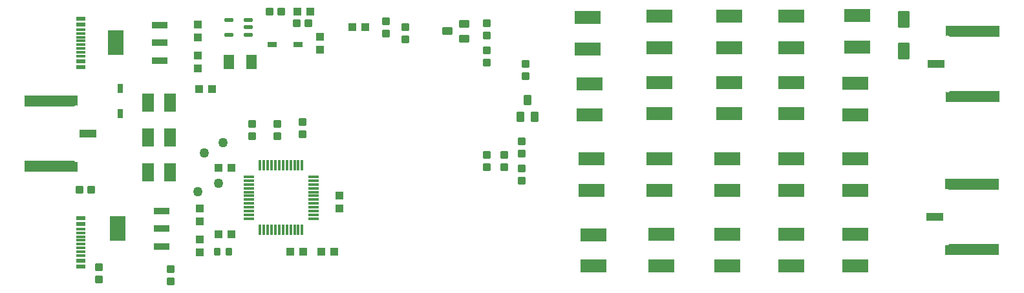
<source format=gbr>
%TF.GenerationSoftware,Altium Limited,Altium Designer,23.4.1 (23)*%
G04 Layer_Color=8421504*
%FSLAX45Y45*%
%MOMM*%
%TF.SameCoordinates,576A2805-CD40-4E5C-B7A3-750DB6231075*%
%TF.FilePolarity,Positive*%
%TF.FileFunction,Paste,Top*%
%TF.Part,Single*%
G01*
G75*
%TA.AperFunction,SMDPad,CuDef*%
%ADD10R,1.00000X1.10000*%
%ADD11R,3.51000X1.71000*%
%ADD12R,1.10000X1.00000*%
%ADD13R,1.00000X1.00000*%
%TA.AperFunction,ConnectorPad*%
%ADD14R,2.30000X1.00000*%
%TA.AperFunction,SMDPad,CuDef*%
G04:AMPARAMS|DCode=15|XSize=0.94mm|YSize=1.02mm|CornerRadius=0.094mm|HoleSize=0mm|Usage=FLASHONLY|Rotation=270.000|XOffset=0mm|YOffset=0mm|HoleType=Round|Shape=RoundedRectangle|*
%AMROUNDEDRECTD15*
21,1,0.94000,0.83200,0,0,270.0*
21,1,0.75200,1.02000,0,0,270.0*
1,1,0.18800,-0.41600,-0.37600*
1,1,0.18800,-0.41600,0.37600*
1,1,0.18800,0.41600,0.37600*
1,1,0.18800,0.41600,-0.37600*
%
%ADD15ROUNDEDRECTD15*%
G04:AMPARAMS|DCode=16|XSize=0.94mm|YSize=1.02mm|CornerRadius=0.094mm|HoleSize=0mm|Usage=FLASHONLY|Rotation=180.000|XOffset=0mm|YOffset=0mm|HoleType=Round|Shape=RoundedRectangle|*
%AMROUNDEDRECTD16*
21,1,0.94000,0.83200,0,0,180.0*
21,1,0.75200,1.02000,0,0,180.0*
1,1,0.18800,-0.37600,0.41600*
1,1,0.18800,0.37600,0.41600*
1,1,0.18800,0.37600,-0.41600*
1,1,0.18800,-0.37600,-0.41600*
%
%ADD16ROUNDEDRECTD16*%
G04:AMPARAMS|DCode=17|XSize=1mm|YSize=1.4mm|CornerRadius=0.15mm|HoleSize=0mm|Usage=FLASHONLY|Rotation=90.000|XOffset=0mm|YOffset=0mm|HoleType=Round|Shape=RoundedRectangle|*
%AMROUNDEDRECTD17*
21,1,1.00000,1.10000,0,0,90.0*
21,1,0.70000,1.40000,0,0,90.0*
1,1,0.30000,0.55000,0.35000*
1,1,0.30000,0.55000,-0.35000*
1,1,0.30000,-0.55000,-0.35000*
1,1,0.30000,-0.55000,0.35000*
%
%ADD17ROUNDEDRECTD17*%
%ADD18R,1.60000X2.40000*%
%ADD19C,1.27000*%
%ADD20R,1.15000X0.30000*%
%ADD21R,1.15000X0.60000*%
%ADD22R,2.15000X0.95000*%
%ADD23R,2.15000X3.25000*%
G04:AMPARAMS|DCode=24|XSize=1mm|YSize=1.4mm|CornerRadius=0.15mm|HoleSize=0mm|Usage=FLASHONLY|Rotation=0.000|XOffset=0mm|YOffset=0mm|HoleType=Round|Shape=RoundedRectangle|*
%AMROUNDEDRECTD24*
21,1,1.00000,1.10000,0,0,0.0*
21,1,0.70000,1.40000,0,0,0.0*
1,1,0.30000,0.35000,-0.55000*
1,1,0.30000,-0.35000,-0.55000*
1,1,0.30000,-0.35000,0.55000*
1,1,0.30000,0.35000,0.55000*
%
%ADD24ROUNDEDRECTD24*%
G04:AMPARAMS|DCode=25|XSize=1.21mm|YSize=0.73mm|CornerRadius=0.09125mm|HoleSize=0mm|Usage=FLASHONLY|Rotation=90.000|XOffset=0mm|YOffset=0mm|HoleType=Round|Shape=RoundedRectangle|*
%AMROUNDEDRECTD25*
21,1,1.21000,0.54750,0,0,90.0*
21,1,1.02750,0.73000,0,0,90.0*
1,1,0.18250,0.27375,0.51375*
1,1,0.18250,0.27375,-0.51375*
1,1,0.18250,-0.27375,-0.51375*
1,1,0.18250,-0.27375,0.51375*
%
%ADD25ROUNDEDRECTD25*%
G04:AMPARAMS|DCode=26|XSize=0.9mm|YSize=0.97mm|CornerRadius=0.135mm|HoleSize=0mm|Usage=FLASHONLY|Rotation=0.000|XOffset=0mm|YOffset=0mm|HoleType=Round|Shape=RoundedRectangle|*
%AMROUNDEDRECTD26*
21,1,0.90000,0.70000,0,0,0.0*
21,1,0.63000,0.97000,0,0,0.0*
1,1,0.27000,0.31500,-0.35000*
1,1,0.27000,-0.31500,-0.35000*
1,1,0.27000,-0.31500,0.35000*
1,1,0.27000,0.31500,0.35000*
%
%ADD26ROUNDEDRECTD26*%
%ADD27R,1.47500X0.30000*%
%ADD28R,0.30000X1.47500*%
%ADD29R,1.21000X0.72000*%
%ADD30R,1.41000X1.91000*%
G04:AMPARAMS|DCode=31|XSize=1.21mm|YSize=0.59mm|CornerRadius=0.1475mm|HoleSize=0mm|Usage=FLASHONLY|Rotation=180.000|XOffset=0mm|YOffset=0mm|HoleType=Round|Shape=RoundedRectangle|*
%AMROUNDEDRECTD31*
21,1,1.21000,0.29500,0,0,180.0*
21,1,0.91500,0.59000,0,0,180.0*
1,1,0.29500,-0.45750,0.14750*
1,1,0.29500,0.45750,0.14750*
1,1,0.29500,0.45750,-0.14750*
1,1,0.29500,-0.45750,-0.14750*
%
%ADD31ROUNDEDRECTD31*%
G04:AMPARAMS|DCode=32|XSize=2.21mm|YSize=1.53mm|CornerRadius=0.11475mm|HoleSize=0mm|Usage=FLASHONLY|Rotation=270.000|XOffset=0mm|YOffset=0mm|HoleType=Round|Shape=RoundedRectangle|*
%AMROUNDEDRECTD32*
21,1,2.21000,1.30050,0,0,270.0*
21,1,1.98050,1.53000,0,0,270.0*
1,1,0.22950,-0.65025,-0.99025*
1,1,0.22950,-0.65025,0.99025*
1,1,0.22950,0.65025,0.99025*
1,1,0.22950,0.65025,-0.99025*
%
%ADD32ROUNDEDRECTD32*%
G36*
X12786400Y3634800D02*
X12137900D01*
Y3635300D01*
X12137400Y3635900D01*
X12136700Y3636600D01*
X12136000Y3637400D01*
X12135200Y3638100D01*
X12134500Y3638800D01*
X12133700Y3639500D01*
X12132900Y3640100D01*
X12132100Y3640800D01*
X12131300Y3641400D01*
X12130500Y3642000D01*
X12129600Y3642600D01*
X12128800Y3643200D01*
X12127900Y3643700D01*
X12127000Y3644300D01*
X12126100Y3644800D01*
X12125200Y3645300D01*
X12124300Y3645700D01*
X12123400Y3646200D01*
X12122500Y3646600D01*
X12121500Y3647000D01*
X12120600Y3647400D01*
X12119600Y3647700D01*
X12118600Y3648100D01*
X12117600Y3648400D01*
X12116700Y3648700D01*
X12115700Y3648900D01*
X12114700Y3649200D01*
X12113700Y3649400D01*
X12112700Y3649600D01*
X12111400Y3649800D01*
X12110800Y3649900D01*
X12109900Y3650000D01*
X12109100D01*
X12108200Y3650100D01*
X12104700D01*
X12103800Y3650000D01*
X12103000D01*
X12102100Y3649900D01*
X12101200Y3649800D01*
X12100400Y3649600D01*
X12099500Y3649500D01*
X12098700Y3649300D01*
X12097800Y3649100D01*
X12097000Y3648900D01*
X12096100Y3648700D01*
X12095300Y3648400D01*
X12094500Y3648200D01*
X12093700Y3647900D01*
X12092800Y3647600D01*
X12092000Y3647200D01*
X12091200Y3646900D01*
X12090400Y3646500D01*
X12089700Y3646100D01*
X12088900Y3645700D01*
X12088100Y3645300D01*
X12087400Y3644900D01*
X12086400Y3644300D01*
Y3778800D01*
X12786400D01*
Y3634800D01*
D02*
G37*
G36*
Y2778800D02*
X12086400D01*
Y2913300D01*
X12087400Y2912700D01*
X12088100Y2912300D01*
X12088900Y2911900D01*
X12089700Y2911500D01*
X12090400Y2911100D01*
X12091200Y2910700D01*
X12092000Y2910400D01*
X12092800Y2910000D01*
X12093700Y2909700D01*
X12094500Y2909400D01*
X12095300Y2909200D01*
X12096100Y2908900D01*
X12097000Y2908700D01*
X12097800Y2908500D01*
X12098700Y2908300D01*
X12099500Y2908100D01*
X12100400Y2908000D01*
X12101200Y2907800D01*
X12102100Y2907700D01*
X12103000Y2907600D01*
X12103800D01*
X12104700Y2907500D01*
X12108200D01*
X12109100Y2907600D01*
X12109900D01*
X12110800Y2907700D01*
X12111400Y2907800D01*
X12112700Y2908000D01*
X12113700Y2908200D01*
X12114700Y2908400D01*
X12115700Y2908700D01*
X12116700Y2908900D01*
X12117600Y2909200D01*
X12118600Y2909500D01*
X12119600Y2909900D01*
X12120600Y2910200D01*
X12121500Y2910600D01*
X12122500Y2911000D01*
X12123400Y2911400D01*
X12124300Y2911900D01*
X12125200Y2912300D01*
X12126100Y2912800D01*
X12127000Y2913300D01*
X12127900Y2913900D01*
X12128800Y2914400D01*
X12129600Y2915000D01*
X12130500Y2915600D01*
X12131300Y2916200D01*
X12132100Y2916800D01*
X12132900Y2917500D01*
X12133700Y2918100D01*
X12134500Y2918800D01*
X12135200Y2919500D01*
X12136000Y2920200D01*
X12136700Y2921000D01*
X12137400Y2921700D01*
X12137900Y2922300D01*
Y2922800D01*
X12786400D01*
Y2778800D01*
D02*
G37*
G36*
X715200Y2729900D02*
X714200Y2730500D01*
X713500Y2730900D01*
X712700Y2731300D01*
X711900Y2731700D01*
X711200Y2732100D01*
X710400Y2732500D01*
X709600Y2732800D01*
X708800Y2733200D01*
X707900Y2733500D01*
X707100Y2733800D01*
X706300Y2734000D01*
X705500Y2734300D01*
X704600Y2734500D01*
X703800Y2734700D01*
X702900Y2734900D01*
X702100Y2735100D01*
X701200Y2735200D01*
X700400Y2735400D01*
X699500Y2735500D01*
X698600Y2735600D01*
X697800D01*
X696900Y2735700D01*
X693400D01*
X692500Y2735600D01*
X691700D01*
X690800Y2735500D01*
X690200Y2735400D01*
X688900Y2735200D01*
X687900Y2735000D01*
X686900Y2734800D01*
X685900Y2734500D01*
X684900Y2734300D01*
X684000Y2734000D01*
X683000Y2733700D01*
X682000Y2733300D01*
X681000Y2733000D01*
X680100Y2732600D01*
X679100Y2732200D01*
X678200Y2731800D01*
X677300Y2731300D01*
X676400Y2730900D01*
X675500Y2730400D01*
X674600Y2729900D01*
X673700Y2729300D01*
X672800Y2728800D01*
X672000Y2728200D01*
X671100Y2727600D01*
X670300Y2727000D01*
X669500Y2726400D01*
X668700Y2725700D01*
X667900Y2725100D01*
X667100Y2724400D01*
X666400Y2723700D01*
X665600Y2723000D01*
X664900Y2722200D01*
X664200Y2721500D01*
X663700Y2720900D01*
Y2720400D01*
X15200D01*
Y2864400D01*
X715200D01*
Y2729900D01*
D02*
G37*
G36*
X663700Y2007900D02*
X664200Y2007300D01*
X664900Y2006600D01*
X665600Y2005800D01*
X666400Y2005100D01*
X667100Y2004400D01*
X667900Y2003700D01*
X668700Y2003100D01*
X669500Y2002400D01*
X670300Y2001800D01*
X671100Y2001200D01*
X672000Y2000600D01*
X672800Y2000000D01*
X673700Y1999500D01*
X674600Y1998900D01*
X675500Y1998400D01*
X676400Y1997900D01*
X677300Y1997500D01*
X678200Y1997000D01*
X679100Y1996600D01*
X680100Y1996200D01*
X681000Y1995800D01*
X682000Y1995500D01*
X683000Y1995100D01*
X684000Y1994800D01*
X684900Y1994500D01*
X685900Y1994300D01*
X686900Y1994000D01*
X687900Y1993800D01*
X688900Y1993600D01*
X690200Y1993400D01*
X690800Y1993300D01*
X691700Y1993200D01*
X692500D01*
X693400Y1993100D01*
X696900D01*
X697800Y1993200D01*
X698600D01*
X699500Y1993300D01*
X700400Y1993400D01*
X701200Y1993600D01*
X702100Y1993700D01*
X702900Y1993900D01*
X703800Y1994100D01*
X704600Y1994300D01*
X705500Y1994500D01*
X706300Y1994800D01*
X707100Y1995000D01*
X707900Y1995300D01*
X708800Y1995600D01*
X709600Y1996000D01*
X710400Y1996300D01*
X711200Y1996700D01*
X711900Y1997100D01*
X712700Y1997500D01*
X713500Y1997900D01*
X714200Y1998300D01*
X715200Y1998900D01*
Y1864400D01*
X15200D01*
Y2008400D01*
X663700D01*
Y2007900D01*
D02*
G37*
G36*
X12776200Y1626000D02*
X12127700D01*
Y1626500D01*
X12127200Y1627100D01*
X12126500Y1627800D01*
X12125800Y1628600D01*
X12125000Y1629300D01*
X12124300Y1630000D01*
X12123500Y1630700D01*
X12122700Y1631300D01*
X12121900Y1632000D01*
X12121100Y1632600D01*
X12120300Y1633200D01*
X12119400Y1633800D01*
X12118600Y1634400D01*
X12117700Y1634900D01*
X12116800Y1635500D01*
X12115900Y1636000D01*
X12115000Y1636500D01*
X12114100Y1636900D01*
X12113200Y1637400D01*
X12112300Y1637800D01*
X12111300Y1638200D01*
X12110400Y1638600D01*
X12109400Y1638900D01*
X12108400Y1639300D01*
X12107400Y1639600D01*
X12106500Y1639900D01*
X12105500Y1640100D01*
X12104500Y1640400D01*
X12103500Y1640600D01*
X12102500Y1640800D01*
X12101200Y1641000D01*
X12100600Y1641100D01*
X12099700Y1641200D01*
X12098900D01*
X12098000Y1641300D01*
X12094500D01*
X12093600Y1641200D01*
X12092800D01*
X12091900Y1641100D01*
X12091000Y1641000D01*
X12090200Y1640800D01*
X12089300Y1640700D01*
X12088500Y1640500D01*
X12087600Y1640300D01*
X12086800Y1640100D01*
X12085900Y1639900D01*
X12085100Y1639600D01*
X12084300Y1639400D01*
X12083500Y1639100D01*
X12082600Y1638800D01*
X12081800Y1638400D01*
X12081000Y1638100D01*
X12080200Y1637700D01*
X12079500Y1637300D01*
X12078700Y1636900D01*
X12077900Y1636500D01*
X12077200Y1636100D01*
X12076200Y1635500D01*
Y1770000D01*
X12776200D01*
Y1626000D01*
D02*
G37*
G36*
Y770000D02*
X12076200D01*
Y904500D01*
X12077200Y903900D01*
X12077900Y903500D01*
X12078700Y903100D01*
X12079500Y902700D01*
X12080200Y902300D01*
X12081000Y901900D01*
X12081800Y901600D01*
X12082600Y901200D01*
X12083500Y900900D01*
X12084300Y900600D01*
X12085100Y900400D01*
X12085900Y900100D01*
X12086800Y899900D01*
X12087600Y899700D01*
X12088500Y899500D01*
X12089300Y899300D01*
X12090200Y899200D01*
X12091000Y899000D01*
X12091900Y898900D01*
X12092800Y898800D01*
X12093600D01*
X12094500Y898700D01*
X12098000D01*
X12098900Y898800D01*
X12099700D01*
X12100600Y898900D01*
X12101200Y899000D01*
X12102500Y899200D01*
X12103500Y899400D01*
X12104500Y899600D01*
X12105500Y899900D01*
X12106500Y900100D01*
X12107400Y900400D01*
X12108400Y900700D01*
X12109400Y901100D01*
X12110400Y901400D01*
X12111300Y901800D01*
X12112300Y902200D01*
X12113200Y902600D01*
X12114100Y903100D01*
X12115000Y903500D01*
X12115900Y904000D01*
X12116800Y904500D01*
X12117700Y905100D01*
X12118600Y905600D01*
X12119400Y906200D01*
X12120300Y906800D01*
X12121100Y907400D01*
X12121900Y908000D01*
X12122700Y908700D01*
X12123500Y909300D01*
X12124300Y910000D01*
X12125000Y910700D01*
X12125800Y911400D01*
X12126500Y912200D01*
X12127200Y912900D01*
X12127700Y913500D01*
Y914000D01*
X12776200D01*
Y770000D01*
D02*
G37*
D10*
X4141000Y1551401D02*
D03*
Y1381400D02*
D03*
X3886200Y3462200D02*
D03*
Y3632200D02*
D03*
X2311400Y1210400D02*
D03*
Y1380400D02*
D03*
X2286000Y3793400D02*
D03*
Y3623400D02*
D03*
Y3387000D02*
D03*
Y3217000D02*
D03*
X2311400Y974000D02*
D03*
Y804000D02*
D03*
D11*
X10058400Y2033800D02*
D03*
Y1623800D02*
D03*
X7467600Y627800D02*
D03*
Y1037800D02*
D03*
X10058400Y1041400D02*
D03*
Y631400D02*
D03*
X10896600Y1043200D02*
D03*
Y633200D02*
D03*
X9220200Y1043200D02*
D03*
Y633200D02*
D03*
X8356600Y1043200D02*
D03*
Y633200D02*
D03*
X10896600Y1623800D02*
D03*
Y2033800D02*
D03*
X9220200Y1623800D02*
D03*
Y2033800D02*
D03*
X8331200Y1623800D02*
D03*
Y2033800D02*
D03*
X7442200Y1623800D02*
D03*
Y2033800D02*
D03*
X10896600Y3024400D02*
D03*
Y2614400D02*
D03*
X10058400Y3034400D02*
D03*
Y2624400D02*
D03*
X9245600Y3034400D02*
D03*
Y2624400D02*
D03*
X8331200Y3034400D02*
D03*
Y2624400D02*
D03*
X7416800Y3019000D02*
D03*
Y2609000D02*
D03*
X10922000Y3503400D02*
D03*
Y3913400D02*
D03*
X10058400Y3493400D02*
D03*
Y3903400D02*
D03*
X9245600Y3493400D02*
D03*
Y3903400D02*
D03*
X8331200Y3493400D02*
D03*
Y3903400D02*
D03*
X7391400Y3478000D02*
D03*
Y3888000D02*
D03*
D12*
X2725000Y1920000D02*
D03*
X2555000D02*
D03*
X4479200Y3759200D02*
D03*
X4309200D02*
D03*
X4072800Y812800D02*
D03*
X3902800D02*
D03*
X3496400D02*
D03*
X3666400D02*
D03*
X2726600Y1041400D02*
D03*
X2556600D02*
D03*
X2472600Y2946400D02*
D03*
X2302600D02*
D03*
X3759200Y3962400D02*
D03*
X3589200D02*
D03*
D13*
X12461200Y1704000D02*
D03*
Y836000D02*
D03*
X12471400Y3712800D02*
D03*
Y2844800D02*
D03*
X330200Y2798400D02*
D03*
Y1930400D02*
D03*
D14*
X11941200Y1270000D02*
D03*
X11951400Y3278800D02*
D03*
X850200Y2364400D02*
D03*
D15*
X4749800Y3836400D02*
D03*
Y3678400D02*
D03*
X5003800Y3762000D02*
D03*
Y3604000D02*
D03*
X6527800Y1749800D02*
D03*
Y1907800D02*
D03*
X6299200Y1927600D02*
D03*
Y2085600D02*
D03*
X6070600D02*
D03*
Y1927600D02*
D03*
X6527800Y2105400D02*
D03*
Y2263400D02*
D03*
X6578600Y3121400D02*
D03*
Y3279400D02*
D03*
X6070600Y3812800D02*
D03*
Y3654800D02*
D03*
Y3299200D02*
D03*
Y3457200D02*
D03*
X990600Y612400D02*
D03*
Y454400D02*
D03*
X1930400Y587000D02*
D03*
Y429000D02*
D03*
X2997200Y2334000D02*
D03*
Y2492000D02*
D03*
X3327400Y2332200D02*
D03*
Y2490200D02*
D03*
X3657600Y2359400D02*
D03*
Y2517400D02*
D03*
D16*
X3381000Y3962400D02*
D03*
X3223000D02*
D03*
X3578600Y3810000D02*
D03*
X3736600D02*
D03*
X891800Y1625600D02*
D03*
X733800D02*
D03*
D17*
X5774200Y3613400D02*
D03*
Y3803400D02*
D03*
X5554200Y3708400D02*
D03*
D18*
X1635500Y1854200D02*
D03*
X1920500D02*
D03*
X1635500Y2311400D02*
D03*
X1920500D02*
D03*
Y2768600D02*
D03*
X1635500D02*
D03*
D19*
X2560000Y1710000D02*
D03*
X2370000Y2110000D02*
D03*
X2620000Y2250000D02*
D03*
X2286000Y1600200D02*
D03*
D20*
X754900Y1114800D02*
D03*
Y1064800D02*
D03*
Y1014800D02*
D03*
Y764800D02*
D03*
Y814800D02*
D03*
Y864800D02*
D03*
Y964800D02*
D03*
Y914800D02*
D03*
Y3731000D02*
D03*
Y3681000D02*
D03*
Y3631000D02*
D03*
Y3381000D02*
D03*
Y3431000D02*
D03*
Y3481000D02*
D03*
Y3581000D02*
D03*
Y3531000D02*
D03*
D21*
Y699800D02*
D03*
Y1179800D02*
D03*
Y619800D02*
D03*
Y1259800D02*
D03*
Y3316000D02*
D03*
Y3796000D02*
D03*
Y3236000D02*
D03*
Y3876000D02*
D03*
D22*
X1814000Y887600D02*
D03*
Y1117600D02*
D03*
Y1347600D02*
D03*
X1788600Y3326000D02*
D03*
Y3556000D02*
D03*
Y3786000D02*
D03*
D23*
X1234000Y1117600D02*
D03*
X1208600Y3556000D02*
D03*
D24*
X6509000Y2582400D02*
D03*
X6699000D02*
D03*
X6604000Y2802400D02*
D03*
D25*
X1270000Y2962000D02*
D03*
Y2626000D02*
D03*
D26*
X2537700Y812800D02*
D03*
X2694700D02*
D03*
D27*
X3802000Y1249000D02*
D03*
Y1299000D02*
D03*
Y1349000D02*
D03*
Y1399000D02*
D03*
Y1449000D02*
D03*
Y1499000D02*
D03*
Y1549000D02*
D03*
Y1599000D02*
D03*
Y1649000D02*
D03*
Y1699000D02*
D03*
Y1749000D02*
D03*
Y1799000D02*
D03*
X2954400D02*
D03*
Y1749000D02*
D03*
Y1699000D02*
D03*
Y1649000D02*
D03*
Y1599000D02*
D03*
Y1549000D02*
D03*
Y1499000D02*
D03*
Y1449000D02*
D03*
Y1399000D02*
D03*
Y1349000D02*
D03*
Y1299000D02*
D03*
Y1249000D02*
D03*
D28*
X3653200Y1947800D02*
D03*
X3603200D02*
D03*
X3553200D02*
D03*
X3503200D02*
D03*
X3453200D02*
D03*
X3403200D02*
D03*
X3353200D02*
D03*
X3303200D02*
D03*
X3253200D02*
D03*
X3203200D02*
D03*
X3153200D02*
D03*
X3103200D02*
D03*
Y1100200D02*
D03*
X3153200D02*
D03*
X3203200D02*
D03*
X3253200D02*
D03*
X3303200D02*
D03*
X3353200D02*
D03*
X3403200D02*
D03*
X3453200D02*
D03*
X3503200D02*
D03*
X3553200D02*
D03*
X3603200D02*
D03*
X3653200D02*
D03*
D29*
X3597000Y3530600D02*
D03*
X3261000D02*
D03*
D30*
X2993400Y3302000D02*
D03*
X2692400D02*
D03*
D31*
X2944900Y3664200D02*
D03*
Y3759200D02*
D03*
Y3854200D02*
D03*
X2693900D02*
D03*
Y3664200D02*
D03*
D32*
X11531600Y3862600D02*
D03*
Y3452600D02*
D03*
%TF.MD5,2aa1e161601c02e56a023b439170226a*%
M02*

</source>
